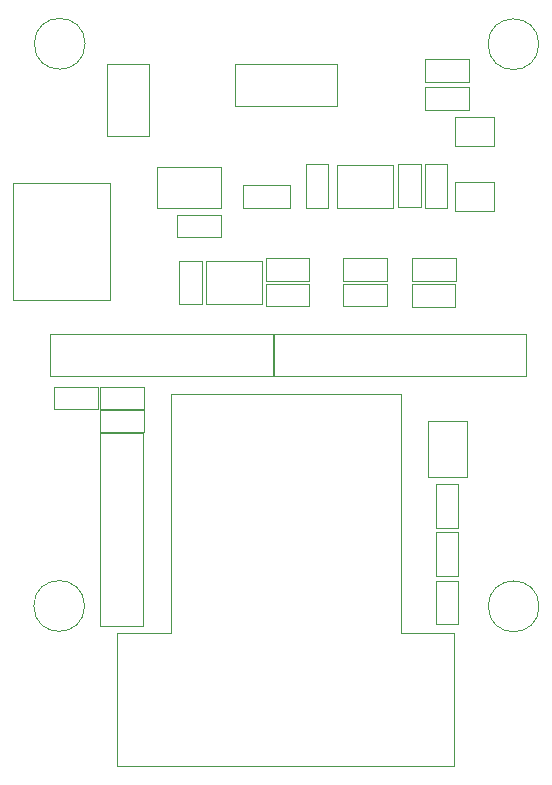
<source format=gbr>
%TF.GenerationSoftware,KiCad,Pcbnew,(5.1.10)-1*%
%TF.CreationDate,2021-06-27T19:43:52+02:00*%
%TF.ProjectId,clip,636c6970-2e6b-4696-9361-645f70636258,rev?*%
%TF.SameCoordinates,Original*%
%TF.FileFunction,Other,User*%
%FSLAX46Y46*%
G04 Gerber Fmt 4.6, Leading zero omitted, Abs format (unit mm)*
G04 Created by KiCad (PCBNEW (5.1.10)-1) date 2021-06-27 19:43:52*
%MOMM*%
%LPD*%
G01*
G04 APERTURE LIST*
%ADD10C,0.050000*%
G04 APERTURE END LIST*
D10*
%TO.C,H4*%
X131794140Y-123050300D02*
G75*
G03*
X131794140Y-123050300I-2150000J0D01*
G01*
%TO.C,H3*%
X170275140Y-123083320D02*
G75*
G03*
X170275140Y-123083320I-2150000J0D01*
G01*
%TO.C,H2*%
X170254820Y-75491340D02*
G75*
G03*
X170254820Y-75491340I-2150000J0D01*
G01*
%TO.C,H1*%
X131839860Y-75453240D02*
G75*
G03*
X131839860Y-75453240I-2150000J0D01*
G01*
%TO.C,MOISTURE1*%
X144559880Y-80753360D02*
X153209880Y-80753360D01*
X153209880Y-80753360D02*
X153209880Y-77153360D01*
X153209880Y-77153360D02*
X144559880Y-77153360D01*
X144559880Y-77153360D02*
X144559880Y-80753360D01*
%TO.C,D3*%
X149194280Y-89332480D02*
X149194280Y-87432480D01*
X149194280Y-87432480D02*
X145194280Y-87432480D01*
X145194280Y-89332480D02*
X145194280Y-87432480D01*
X149194280Y-89332480D02*
X145194280Y-89332480D01*
%TO.C,D2*%
X164308400Y-78679080D02*
X160608400Y-78679080D01*
X164308400Y-76779080D02*
X164308400Y-78679080D01*
X160608400Y-76779080D02*
X164308400Y-76779080D01*
X160608400Y-78679080D02*
X160608400Y-76779080D01*
%TO.C,JP2*%
X166462980Y-89649620D02*
X163162980Y-89649620D01*
X166462980Y-89649620D02*
X166462980Y-87149620D01*
X163162980Y-87149620D02*
X163162980Y-89649620D01*
X163162980Y-87149620D02*
X166462980Y-87149620D01*
%TO.C,D4*%
X163220000Y-95500000D02*
X159520000Y-95500000D01*
X163220000Y-93600000D02*
X163220000Y-95500000D01*
X159520000Y-93600000D02*
X163220000Y-93600000D01*
X159520000Y-95500000D02*
X159520000Y-93600000D01*
%TO.C,U1*%
X142043800Y-93847940D02*
X146803800Y-93847940D01*
X142043800Y-93847940D02*
X142043800Y-97447940D01*
X146803800Y-97447940D02*
X146803800Y-93847940D01*
X146803800Y-97447940D02*
X142043800Y-97447940D01*
%TO.C,U3*%
X139080000Y-125320000D02*
X134580000Y-125320000D01*
X163080000Y-125320000D02*
X158580000Y-125320000D01*
X134580000Y-136600000D02*
X134580000Y-125320000D01*
X163080000Y-136600000D02*
X163080000Y-125320000D01*
X163080000Y-136600000D02*
X134580000Y-136600000D01*
X139080000Y-125320000D02*
X139080000Y-105100000D01*
X158580000Y-105100000D02*
X139080000Y-105100000D01*
X158580000Y-105100000D02*
X158580000Y-125320000D01*
%TO.C,USB1*%
X133967120Y-97146920D02*
X133967120Y-87256920D01*
X125777120Y-97146920D02*
X133967120Y-97146920D01*
X125777120Y-87256920D02*
X125777120Y-97146920D01*
X133967120Y-87256920D02*
X125777120Y-87256920D01*
%TO.C,EN1*%
X160850000Y-107360000D02*
X160850000Y-112160000D01*
X160850000Y-112160000D02*
X164150000Y-112160000D01*
X164150000Y-112160000D02*
X164150000Y-107360000D01*
X164150000Y-107360000D02*
X160850000Y-107360000D01*
%TO.C,LIS1*%
X147800000Y-103600000D02*
X169150000Y-103600000D01*
X169150000Y-103600000D02*
X169150000Y-100000000D01*
X169150000Y-100000000D02*
X147800000Y-100000000D01*
X147800000Y-100000000D02*
X147800000Y-103600000D01*
%TO.C,VIN1*%
X133660000Y-83295000D02*
X137260000Y-83295000D01*
X133660000Y-77145000D02*
X133660000Y-83295000D01*
X137260000Y-77145000D02*
X133660000Y-77145000D01*
X137260000Y-83295000D02*
X137260000Y-77145000D01*
%TO.C,FLASH1*%
X136740000Y-108410000D02*
X133140000Y-108410000D01*
X136740000Y-124710000D02*
X136740000Y-108410000D01*
X133140000Y-124710000D02*
X136740000Y-124710000D01*
X133140000Y-108410000D02*
X133140000Y-124710000D01*
%TO.C,BME1*%
X128903320Y-103600660D02*
X147753320Y-103600660D01*
X147753320Y-103600660D02*
X147753320Y-100000660D01*
X147753320Y-100000660D02*
X128903320Y-100000660D01*
X128903320Y-100000660D02*
X128903320Y-103600660D01*
%TO.C,U2*%
X157913780Y-89314320D02*
X153153780Y-89314320D01*
X157913780Y-89314320D02*
X157913780Y-85714320D01*
X153153780Y-85714320D02*
X153153780Y-89314320D01*
X153153780Y-85714320D02*
X157913780Y-85714320D01*
%TO.C,R3*%
X164316020Y-81051440D02*
X160616020Y-81051440D01*
X164316020Y-79151440D02*
X164316020Y-81051440D01*
X160616020Y-79151440D02*
X164316020Y-79151440D01*
X160616020Y-81051440D02*
X160616020Y-79151440D01*
%TO.C,JP1*%
X163159340Y-81645440D02*
X166459340Y-81645440D01*
X163159340Y-81645440D02*
X163159340Y-84145440D01*
X166459340Y-84145440D02*
X166459340Y-81645440D01*
X166459340Y-84145440D02*
X163159340Y-84145440D01*
%TO.C,D5*%
X136789200Y-106394180D02*
X133089200Y-106394180D01*
X136789200Y-104494180D02*
X136789200Y-106394180D01*
X133089200Y-104494180D02*
X136789200Y-104494180D01*
X133089200Y-106394180D02*
X133089200Y-104494180D01*
%TO.C,R7*%
X129210000Y-104490000D02*
X132910000Y-104490000D01*
X129210000Y-106390000D02*
X129210000Y-104490000D01*
X132910000Y-106390000D02*
X129210000Y-106390000D01*
X132910000Y-104490000D02*
X132910000Y-106390000D01*
%TO.C,R9*%
X163420000Y-116430000D02*
X161520000Y-116430000D01*
X161520000Y-116430000D02*
X161520000Y-112730000D01*
X161520000Y-112730000D02*
X163420000Y-112730000D01*
X163420000Y-112730000D02*
X163420000Y-116430000D01*
%TO.C,R8*%
X136789700Y-108354380D02*
X133089700Y-108354380D01*
X136789700Y-106454380D02*
X136789700Y-108354380D01*
X133089700Y-106454380D02*
X136789700Y-106454380D01*
X133089700Y-108354380D02*
X133089700Y-106454380D01*
%TO.C,R6*%
X150840000Y-95520000D02*
X147140000Y-95520000D01*
X150840000Y-93620000D02*
X150840000Y-95520000D01*
X147140000Y-93620000D02*
X150840000Y-93620000D01*
X147140000Y-95520000D02*
X147140000Y-93620000D01*
%TO.C,R4*%
X159500000Y-95800000D02*
X163200000Y-95800000D01*
X159500000Y-97700000D02*
X159500000Y-95800000D01*
X163200000Y-97700000D02*
X159500000Y-97700000D01*
X163200000Y-95800000D02*
X163200000Y-97700000D01*
%TO.C,R5*%
X158351180Y-85612360D02*
X160251180Y-85612360D01*
X160251180Y-85612360D02*
X160251180Y-89312360D01*
X160251180Y-89312360D02*
X158351180Y-89312360D01*
X158351180Y-89312360D02*
X158351180Y-85612360D01*
%TO.C,R2*%
X153720000Y-97690000D02*
X153720000Y-95790000D01*
X153720000Y-95790000D02*
X157420000Y-95790000D01*
X157420000Y-95790000D02*
X157420000Y-97690000D01*
X157420000Y-97690000D02*
X153720000Y-97690000D01*
%TO.C,R1*%
X143315300Y-89941360D02*
X143315300Y-91841360D01*
X143315300Y-91841360D02*
X139615300Y-91841360D01*
X139615300Y-91841360D02*
X139615300Y-89941360D01*
X139615300Y-89941360D02*
X143315300Y-89941360D01*
%TO.C,Q1*%
X143311860Y-85844440D02*
X143311860Y-89344440D01*
X137911860Y-85844440D02*
X143311860Y-85844440D01*
X137911860Y-89344440D02*
X137911860Y-85844440D01*
X143311860Y-89344440D02*
X137911860Y-89344440D01*
%TO.C,D1*%
X153720000Y-93610000D02*
X157420000Y-93610000D01*
X153720000Y-95510000D02*
X153720000Y-93610000D01*
X157420000Y-95510000D02*
X153720000Y-95510000D01*
X157420000Y-93610000D02*
X157420000Y-95510000D01*
%TO.C,C6*%
X161520000Y-120920000D02*
X163420000Y-120920000D01*
X163420000Y-120920000D02*
X163420000Y-124620000D01*
X163420000Y-124620000D02*
X161520000Y-124620000D01*
X161520000Y-124620000D02*
X161520000Y-120920000D01*
%TO.C,C5*%
X163420000Y-120510000D02*
X161520000Y-120510000D01*
X161520000Y-120510000D02*
X161520000Y-116810000D01*
X161520000Y-116810000D02*
X163420000Y-116810000D01*
X163420000Y-116810000D02*
X163420000Y-120510000D01*
%TO.C,C4*%
X152435160Y-89359340D02*
X150535160Y-89359340D01*
X150535160Y-89359340D02*
X150535160Y-85659340D01*
X150535160Y-85659340D02*
X152435160Y-85659340D01*
X152435160Y-85659340D02*
X152435160Y-89359340D01*
%TO.C,C3*%
X162509240Y-89314900D02*
X160609240Y-89314900D01*
X160609240Y-89314900D02*
X160609240Y-85614900D01*
X160609240Y-85614900D02*
X162509240Y-85614900D01*
X162509240Y-85614900D02*
X162509240Y-89314900D01*
%TO.C,C2*%
X147140000Y-97690000D02*
X147140000Y-95790000D01*
X147140000Y-95790000D02*
X150840000Y-95790000D01*
X150840000Y-95790000D02*
X150840000Y-97690000D01*
X150840000Y-97690000D02*
X147140000Y-97690000D01*
%TO.C,C1*%
X141713980Y-97502840D02*
X139813980Y-97502840D01*
X139813980Y-97502840D02*
X139813980Y-93802840D01*
X139813980Y-93802840D02*
X141713980Y-93802840D01*
X141713980Y-93802840D02*
X141713980Y-97502840D01*
%TD*%
M02*

</source>
